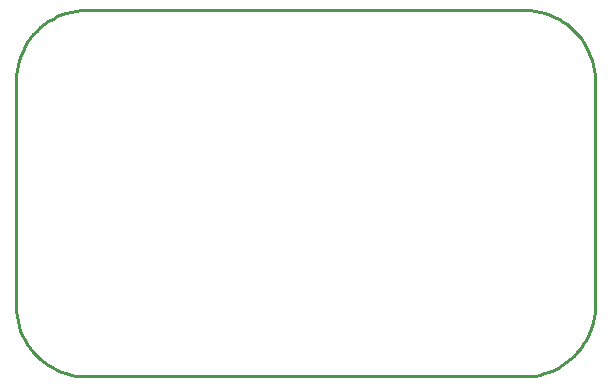
<source format=gm1>
%FSTAX25Y25*%
%MOIN*%
%SFA1B1*%

%IPPOS*%
%ADD17C,0.010000*%
%LNswitch_trojan1-1*%
%LPD*%
G54D17*
X0129921Y0253937D02*
D01*
X0128278Y0253742*
X0126652Y0253433*
X0125052Y0253011*
X0123486Y0252479*
X012196Y0251838*
X0120483Y0251093*
X0119061Y0250247*
X0117702Y0249304*
X0116412Y0248268*
X0115197Y0247144*
X0114064Y0245939*
X0113017Y0244657*
X0112063Y0243306*
X0111205Y0241891*
X0110448Y024042*
X0109795Y02389*
X010925Y0237338*
X0108815Y0235741*
X0108493Y0234119*
X0108284Y0232477*
X0108268Y0232283*
X0301181D02*
D01*
X0300986Y0233925*
X0300677Y0235551*
X0300255Y0237151*
X0299723Y0238717*
X0299082Y0240243*
X0298337Y024172*
X0297491Y0243142*
X0296548Y0244501*
X0295512Y0245791*
X0294388Y0247006*
X0293183Y0248139*
X0291901Y0249186*
X029055Y025014*
X0289135Y0250998*
X0287664Y0251755*
X0286144Y0252408*
X0284582Y0252953*
X0282985Y0253388*
X0281363Y025371*
X0279721Y0253919*
X0279528Y0253937*
Y013189D02*
D01*
X028117Y0132084*
X0282796Y0132393*
X0284396Y0132815*
X0285962Y0133347*
X0287488Y0133988*
X0288965Y0134733*
X0290387Y0135579*
X0291746Y0136522*
X0293036Y0137558*
X0294251Y0138682*
X0295384Y0139887*
X0296431Y0141169*
X0297385Y014252*
X0298243Y0143935*
X0299Y0145406*
X0299653Y0146926*
X0300198Y0148488*
X0300633Y0150085*
X0300955Y0151707*
X0301164Y0153349*
X0301181Y0153543*
X0108268D02*
D01*
X0108462Y01519*
X0108771Y0150274*
X0109193Y0148674*
X0109725Y0147108*
X0110366Y0145582*
X0111111Y0144105*
X0111957Y0142683*
X01129Y0141324*
X0113936Y0140034*
X011506Y0138819*
X0116265Y0137686*
X0117547Y0136639*
X0118898Y0135685*
X0120313Y0134827*
X0121784Y013407*
X0123304Y0133417*
X0124866Y0132872*
X0126463Y0132437*
X0128085Y0132115*
X0129727Y0131906*
X0129921Y013189*
X0108268Y0153543D02*
Y0232283D01*
X0129921Y0253937D02*
X0279528D01*
X0301181Y0153543D02*
Y0232283D01*
X0129921Y013189D02*
X0279528D01*
M02*
</source>
